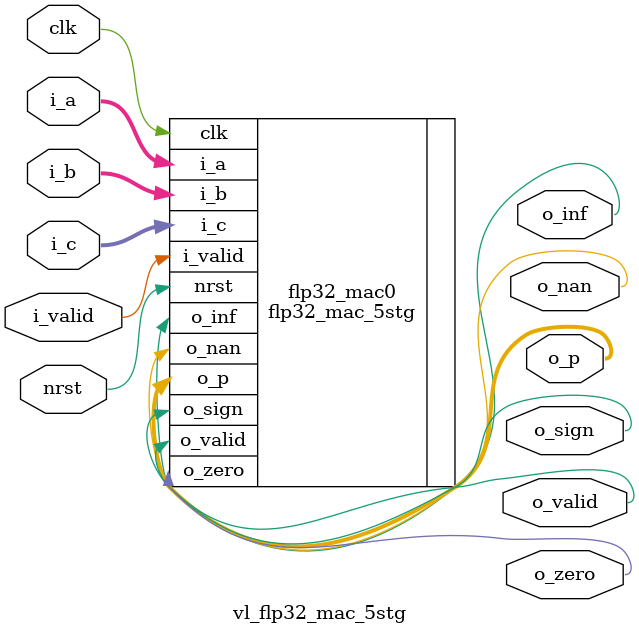
<source format=v>
/*
 * Copyright (c) 2020 The VxEngine Project. All rights reserved.
 *
 * Redistribution and use in source and binary forms, with or without
 * modification, are permitted provided that the following conditions
 * are met:
 * 1. Redistributions of source code must retain the above copyright
 *    notice, this list of conditions and the following disclaimer.
 * 2. Redistributions in binary form must reproduce the above copyright
 *    notice, this list of conditions and the following disclaimer in the
 *    documentation and/or other materials provided with the distribution.
 *
 * THIS SOFTWARE IS PROVIDED BY THE AUTHOR AND CONTRIBUTORS ``AS IS'' AND
 * ANY EXPRESS OR IMPLIED WARRANTIES, INCLUDING, BUT NOT LIMITED TO, THE
 * IMPLIED WARRANTIES OF MERCHANTABILITY AND FITNESS FOR A PARTICULAR PURPOSE
 * ARE DISCLAIMED.  IN NO EVENT SHALL THE AUTHOR OR CONTRIBUTORS BE LIABLE
 * FOR ANY DIRECT, INDIRECT, INCIDENTAL, SPECIAL, EXEMPLARY, OR CONSEQUENTIAL
 * DAMAGES (INCLUDING, BUT NOT LIMITED TO, PROCUREMENT OF SUBSTITUTE GOODS
 * OR SERVICES; LOSS OF USE, DATA, OR PROFITS; OR BUSINESS INTERRUPTION)
 * HOWEVER CAUSED AND ON ANY THEORY OF LIABILITY, WHETHER IN CONTRACT, STRICT
 * LIABILITY, OR TORT (INCLUDING NEGLIGENCE OR OTHERWISE) ARISING IN ANY WAY
 * OUT OF THE USE OF THIS SOFTWARE, EVEN IF ADVISED OF THE POSSIBILITY OF
 * SUCH DAMAGE.
 */

/*
 * Single precision 5-stage floating point multiply-accumulate test
 */

module vl_flp32_mac_5stg(
	clk,
	nrst,
	/* Input operands */
	i_a,
	i_b,
	i_c,
	i_valid,
	/* Result */
	o_p,
	o_sign,
	o_zero,
	o_nan,
	o_inf,
	o_valid
);
localparam FWIDTH = 32;
/* Inputs */
input wire			clk;
input wire			nrst;
input wire [FWIDTH-1:0]		i_a;
input wire [FWIDTH-1:0]		i_b;
input wire [FWIDTH-1:0]		i_c;
input wire			i_valid;
/* Outputs */
output wire [FWIDTH-1:0]	o_p;
output wire			o_sign;
output wire			o_zero;
output wire			o_nan;
output wire			o_inf;
output wire			o_valid;


/* FP32 5-stage mac  */
flp32_mac_5stg flp32_mac0(
	.clk(clk),
	.nrst(nrst),
	.i_a(i_a),
	.i_b(i_b),
	.i_c(i_c),
	.i_valid(i_valid),
	.o_p(o_p),
	.o_sign(o_sign),
	.o_zero(o_zero),
	.o_nan(o_nan),
	.o_inf(o_inf),
	.o_valid(o_valid)
);


endmodule /* vl_flp32_mac_5stg */

</source>
